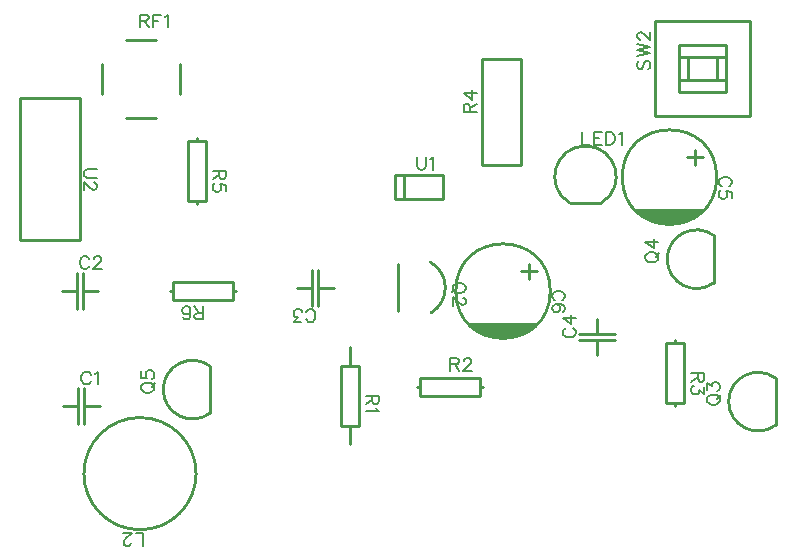
<source format=gto>
G04 Layer: TopSilkscreenLayer*
G04 EasyEDA v6.5.40, 2024-02-19 09:39:11*
G04 Gerber Generator version 0.2*
G04 Scale: 100 percent, Rotated: No, Reflected: No *
G04 Dimensions in millimeters *
G04 leading zeros omitted , absolute positions ,4 integer and 5 decimal *
%FSLAX45Y45*%
%MOMM*%

%ADD10C,0.1524*%
%ADD11C,0.2540*%

%LPD*%
D10*
X6748078Y12796052D02*
G01*
X6758492Y12801386D01*
X6768906Y12811800D01*
X6773986Y12821960D01*
X6773986Y12842788D01*
X6768906Y12853202D01*
X6758492Y12863616D01*
X6748078Y12868950D01*
X6732330Y12874030D01*
X6706422Y12874030D01*
X6690928Y12868950D01*
X6680514Y12863616D01*
X6670100Y12853202D01*
X6665020Y12842788D01*
X6665020Y12821960D01*
X6670100Y12811800D01*
X6680514Y12801386D01*
X6690928Y12796052D01*
X6773986Y12699532D02*
G01*
X6773986Y12751348D01*
X6727250Y12756682D01*
X6732330Y12751348D01*
X6737664Y12735854D01*
X6737664Y12720360D01*
X6732330Y12704612D01*
X6722170Y12694198D01*
X6706422Y12689118D01*
X6696008Y12689118D01*
X6680514Y12694198D01*
X6670100Y12704612D01*
X6665020Y12720360D01*
X6665020Y12735854D01*
X6670100Y12751348D01*
X6675180Y12756682D01*
X6685594Y12761762D01*
X5338378Y11830852D02*
G01*
X5348792Y11836186D01*
X5359206Y11846600D01*
X5364286Y11856760D01*
X5364286Y11877588D01*
X5359206Y11888002D01*
X5348792Y11898416D01*
X5338378Y11903750D01*
X5322630Y11908830D01*
X5296722Y11908830D01*
X5281228Y11903750D01*
X5270814Y11898416D01*
X5260400Y11888002D01*
X5255320Y11877588D01*
X5255320Y11856760D01*
X5260400Y11846600D01*
X5270814Y11836186D01*
X5281228Y11830852D01*
X5348792Y11734332D02*
G01*
X5359206Y11739412D01*
X5364286Y11755160D01*
X5364286Y11765320D01*
X5359206Y11781068D01*
X5343458Y11791482D01*
X5317550Y11796562D01*
X5291642Y11796562D01*
X5270814Y11791482D01*
X5260400Y11781068D01*
X5255320Y11765320D01*
X5255320Y11760240D01*
X5260400Y11744746D01*
X5270814Y11734332D01*
X5286308Y11728998D01*
X5291642Y11728998D01*
X5307136Y11734332D01*
X5317550Y11744746D01*
X5322630Y11760240D01*
X5322630Y11765320D01*
X5317550Y11781068D01*
X5307136Y11791482D01*
X5291642Y11796562D01*
X1398015Y12941300D02*
G01*
X1320037Y12941300D01*
X1304544Y12936220D01*
X1294129Y12925805D01*
X1289050Y12910058D01*
X1289050Y12899644D01*
X1294129Y12884150D01*
X1304544Y12873736D01*
X1320037Y12868655D01*
X1398015Y12868655D01*
X1372107Y12829031D02*
G01*
X1377187Y12829031D01*
X1387602Y12823952D01*
X1392936Y12818618D01*
X1398015Y12808204D01*
X1398015Y12787629D01*
X1392936Y12777215D01*
X1387602Y12771881D01*
X1377187Y12766802D01*
X1366773Y12766802D01*
X1356360Y12771881D01*
X1340865Y12782295D01*
X1289050Y12834365D01*
X1289050Y12761468D01*
X1790712Y9752584D02*
G01*
X1790712Y9861550D01*
X1790712Y9861550D02*
G01*
X1728482Y9861550D01*
X1688858Y9778492D02*
G01*
X1688858Y9773412D01*
X1683778Y9762997D01*
X1678444Y9757663D01*
X1668030Y9752584D01*
X1647202Y9752584D01*
X1637042Y9757663D01*
X1631708Y9762997D01*
X1626628Y9773412D01*
X1626628Y9783826D01*
X1631708Y9794239D01*
X1642122Y9809734D01*
X1694192Y9861550D01*
X1621294Y9861550D01*
X5991377Y13860843D02*
G01*
X5980963Y13850429D01*
X5975883Y13834935D01*
X5975883Y13814107D01*
X5980963Y13798613D01*
X5991377Y13788199D01*
X6001791Y13788199D01*
X6012205Y13793279D01*
X6017539Y13798613D01*
X6022619Y13809027D01*
X6033033Y13840269D01*
X6038113Y13850429D01*
X6043447Y13855763D01*
X6053861Y13860843D01*
X6069355Y13860843D01*
X6079769Y13850429D01*
X6084849Y13834935D01*
X6084849Y13814107D01*
X6079769Y13798613D01*
X6069355Y13788199D01*
X5975883Y13895133D02*
G01*
X6084849Y13921295D01*
X5975883Y13947203D02*
G01*
X6084849Y13921295D01*
X5975883Y13947203D02*
G01*
X6084849Y13973111D01*
X5975883Y13999019D02*
G01*
X6084849Y13973111D01*
X6001791Y14038643D02*
G01*
X5996711Y14038643D01*
X5986297Y14043723D01*
X5980963Y14049057D01*
X5975883Y14059471D01*
X5975883Y14080299D01*
X5980963Y14090459D01*
X5986297Y14095793D01*
X5996711Y14100873D01*
X6007125Y14100873D01*
X6017539Y14095793D01*
X6033033Y14085379D01*
X6084849Y14033309D01*
X6084849Y14106207D01*
X1347978Y11201908D02*
G01*
X1342644Y11212321D01*
X1332229Y11222736D01*
X1322070Y11227815D01*
X1301242Y11227815D01*
X1290828Y11222736D01*
X1280413Y11212321D01*
X1275079Y11201908D01*
X1270000Y11186160D01*
X1270000Y11160252D01*
X1275079Y11144758D01*
X1280413Y11134344D01*
X1290828Y11123929D01*
X1301242Y11118850D01*
X1322070Y11118850D01*
X1332229Y11123929D01*
X1342644Y11134344D01*
X1347978Y11144758D01*
X1382268Y11206987D02*
G01*
X1392681Y11212321D01*
X1408176Y11227815D01*
X1408176Y11118850D01*
X1335278Y12179808D02*
G01*
X1329944Y12190221D01*
X1319529Y12200636D01*
X1309370Y12205715D01*
X1288542Y12205715D01*
X1278128Y12200636D01*
X1267713Y12190221D01*
X1262379Y12179808D01*
X1257300Y12164060D01*
X1257300Y12138152D01*
X1262379Y12122658D01*
X1267713Y12112244D01*
X1278128Y12101829D01*
X1288542Y12096750D01*
X1309370Y12096750D01*
X1319529Y12101829D01*
X1329944Y12112244D01*
X1335278Y12122658D01*
X1374647Y12179808D02*
G01*
X1374647Y12184887D01*
X1379981Y12195302D01*
X1385062Y12200636D01*
X1395476Y12205715D01*
X1416304Y12205715D01*
X1426718Y12200636D01*
X1431797Y12195302D01*
X1437131Y12184887D01*
X1437131Y12174474D01*
X1431797Y12164060D01*
X1421384Y12148565D01*
X1369568Y12096750D01*
X1442212Y12096750D01*
X3173222Y11670792D02*
G01*
X3178556Y11660378D01*
X3188970Y11649963D01*
X3199129Y11644884D01*
X3219958Y11644884D01*
X3230372Y11649963D01*
X3240786Y11660378D01*
X3246120Y11670792D01*
X3251200Y11686539D01*
X3251200Y11712447D01*
X3246120Y11727942D01*
X3240786Y11738355D01*
X3230372Y11748770D01*
X3219958Y11753850D01*
X3199129Y11753850D01*
X3188970Y11748770D01*
X3178556Y11738355D01*
X3173222Y11727942D01*
X3128518Y11644884D02*
G01*
X3071368Y11644884D01*
X3102609Y11686539D01*
X3087115Y11686539D01*
X3076702Y11691620D01*
X3071368Y11696700D01*
X3066288Y11712447D01*
X3066288Y11722862D01*
X3071368Y11738355D01*
X3081781Y11748770D01*
X3097529Y11753850D01*
X3113024Y11753850D01*
X3128518Y11748770D01*
X3133852Y11743689D01*
X3138931Y11733276D01*
X5371591Y11596878D02*
G01*
X5361177Y11591544D01*
X5350763Y11581129D01*
X5345684Y11570970D01*
X5345684Y11550142D01*
X5350763Y11539728D01*
X5361177Y11529313D01*
X5371591Y11523979D01*
X5387340Y11518900D01*
X5413247Y11518900D01*
X5428741Y11523979D01*
X5439156Y11529313D01*
X5449570Y11539728D01*
X5454650Y11550142D01*
X5454650Y11570970D01*
X5449570Y11581129D01*
X5439156Y11591544D01*
X5428741Y11596878D01*
X5345684Y11682984D02*
G01*
X5418327Y11631168D01*
X5418327Y11709145D01*
X5345684Y11682984D02*
G01*
X5454650Y11682984D01*
X3785615Y11023600D02*
G01*
X3676650Y11023600D01*
X3785615Y11023600D02*
G01*
X3785615Y10976863D01*
X3780536Y10961370D01*
X3775202Y10956036D01*
X3764788Y10950955D01*
X3754374Y10950955D01*
X3743959Y10956036D01*
X3738879Y10961370D01*
X3733800Y10976863D01*
X3733800Y11023600D01*
X3733800Y10987278D02*
G01*
X3676650Y10950955D01*
X3764788Y10916665D02*
G01*
X3770122Y10906252D01*
X3785615Y10890504D01*
X3676650Y10890504D01*
X5511800Y13256818D02*
G01*
X5511800Y13147852D01*
X5511800Y13147852D02*
G01*
X5574029Y13147852D01*
X5608320Y13256818D02*
G01*
X5608320Y13147852D01*
X5608320Y13256818D02*
G01*
X5675884Y13256818D01*
X5608320Y13205002D02*
G01*
X5649975Y13205002D01*
X5608320Y13147852D02*
G01*
X5675884Y13147852D01*
X5710174Y13256818D02*
G01*
X5710174Y13147852D01*
X5710174Y13256818D02*
G01*
X5746750Y13256818D01*
X5762243Y13251738D01*
X5772658Y13241324D01*
X5777738Y13230910D01*
X5783072Y13215162D01*
X5783072Y13189254D01*
X5777738Y13173760D01*
X5772658Y13163346D01*
X5762243Y13152932D01*
X5746750Y13147852D01*
X5710174Y13147852D01*
X5817361Y13235990D02*
G01*
X5827775Y13241324D01*
X5843270Y13256818D01*
X5843270Y13147852D01*
X4522215Y11944858D02*
G01*
X4517136Y11955271D01*
X4506722Y11965686D01*
X4496308Y11971020D01*
X4480559Y11976100D01*
X4454652Y11976100D01*
X4439158Y11971020D01*
X4428743Y11965686D01*
X4418329Y11955271D01*
X4413250Y11944858D01*
X4413250Y11924029D01*
X4418329Y11913870D01*
X4428743Y11903455D01*
X4439158Y11898121D01*
X4454652Y11893042D01*
X4480559Y11893042D01*
X4496308Y11898121D01*
X4506722Y11903455D01*
X4517136Y11913870D01*
X4522215Y11924029D01*
X4522215Y11944858D01*
X4433824Y11929363D02*
G01*
X4402836Y11898121D01*
X4496308Y11853418D02*
G01*
X4501388Y11853418D01*
X4511802Y11848337D01*
X4517136Y11843004D01*
X4522215Y11832589D01*
X4522215Y11812015D01*
X4517136Y11801602D01*
X4511802Y11796268D01*
X4501388Y11791187D01*
X4490974Y11791187D01*
X4480559Y11796268D01*
X4465065Y11806681D01*
X4413250Y11858752D01*
X4413250Y11785854D01*
X6564884Y10978642D02*
G01*
X6569963Y10968228D01*
X6580377Y10957813D01*
X6590791Y10952479D01*
X6606540Y10947400D01*
X6632447Y10947400D01*
X6647941Y10952479D01*
X6658356Y10957813D01*
X6668770Y10968228D01*
X6673850Y10978642D01*
X6673850Y10999470D01*
X6668770Y11009629D01*
X6658356Y11020044D01*
X6647941Y11025378D01*
X6632447Y11030458D01*
X6606540Y11030458D01*
X6590791Y11025378D01*
X6580377Y11020044D01*
X6569963Y11009629D01*
X6564884Y10999470D01*
X6564884Y10978642D01*
X6653275Y10994136D02*
G01*
X6684263Y11025378D01*
X6564884Y11075162D02*
G01*
X6564884Y11132312D01*
X6606540Y11101070D01*
X6606540Y11116818D01*
X6611620Y11127231D01*
X6616700Y11132312D01*
X6632447Y11137645D01*
X6642861Y11137645D01*
X6658356Y11132312D01*
X6668770Y11121897D01*
X6673850Y11106404D01*
X6673850Y11090910D01*
X6668770Y11075162D01*
X6663690Y11070081D01*
X6653275Y11064747D01*
X6044184Y12185142D02*
G01*
X6049263Y12174728D01*
X6059677Y12164313D01*
X6070091Y12158979D01*
X6085840Y12153900D01*
X6111747Y12153900D01*
X6127241Y12158979D01*
X6137656Y12164313D01*
X6148070Y12174728D01*
X6153150Y12185142D01*
X6153150Y12205970D01*
X6148070Y12216129D01*
X6137656Y12226544D01*
X6127241Y12231878D01*
X6111747Y12236958D01*
X6085840Y12236958D01*
X6070091Y12231878D01*
X6059677Y12226544D01*
X6049263Y12216129D01*
X6044184Y12205970D01*
X6044184Y12185142D01*
X6132575Y12200636D02*
G01*
X6163563Y12231878D01*
X6044184Y12323318D02*
G01*
X6116827Y12271247D01*
X6116827Y12349226D01*
X6044184Y12323318D02*
G01*
X6153150Y12323318D01*
X1776984Y11080242D02*
G01*
X1782063Y11069828D01*
X1792478Y11059413D01*
X1802892Y11054079D01*
X1818639Y11049000D01*
X1844547Y11049000D01*
X1860042Y11054079D01*
X1870455Y11059413D01*
X1880870Y11069828D01*
X1885950Y11080242D01*
X1885950Y11101070D01*
X1880870Y11111229D01*
X1870455Y11121644D01*
X1860042Y11126978D01*
X1844547Y11132058D01*
X1818639Y11132058D01*
X1802892Y11126978D01*
X1792478Y11121644D01*
X1782063Y11111229D01*
X1776984Y11101070D01*
X1776984Y11080242D01*
X1865376Y11095736D02*
G01*
X1896363Y11126978D01*
X1776984Y11228831D02*
G01*
X1776984Y11176762D01*
X1823720Y11171681D01*
X1818639Y11176762D01*
X1813305Y11192510D01*
X1813305Y11208004D01*
X1818639Y11223497D01*
X1828800Y11233912D01*
X1844547Y11239245D01*
X1854962Y11239245D01*
X1870455Y11233912D01*
X1880870Y11223497D01*
X1885950Y11208004D01*
X1885950Y11192510D01*
X1880870Y11176762D01*
X1875789Y11171681D01*
X1865376Y11166347D01*
X4394200Y11342115D02*
G01*
X4394200Y11233150D01*
X4394200Y11342115D02*
G01*
X4440936Y11342115D01*
X4456429Y11337036D01*
X4461763Y11331702D01*
X4466843Y11321287D01*
X4466843Y11310874D01*
X4461763Y11300460D01*
X4456429Y11295379D01*
X4440936Y11290300D01*
X4394200Y11290300D01*
X4430522Y11290300D02*
G01*
X4466843Y11233150D01*
X4506468Y11316208D02*
G01*
X4506468Y11321287D01*
X4511547Y11331702D01*
X4516881Y11337036D01*
X4527295Y11342115D01*
X4547870Y11342115D01*
X4558284Y11337036D01*
X4563618Y11331702D01*
X4568697Y11321287D01*
X4568697Y11310874D01*
X4563618Y11300460D01*
X4553204Y11284965D01*
X4501134Y11233150D01*
X4574031Y11233150D01*
X6541515Y11214100D02*
G01*
X6432550Y11214100D01*
X6541515Y11214100D02*
G01*
X6541515Y11167363D01*
X6536436Y11151870D01*
X6531102Y11146536D01*
X6520688Y11141455D01*
X6510274Y11141455D01*
X6499859Y11146536D01*
X6494779Y11151870D01*
X6489700Y11167363D01*
X6489700Y11214100D01*
X6489700Y11177778D02*
G01*
X6432550Y11141455D01*
X6541515Y11096752D02*
G01*
X6541515Y11039602D01*
X6499859Y11070589D01*
X6499859Y11055095D01*
X6494779Y11044681D01*
X6489700Y11039602D01*
X6473952Y11034268D01*
X6463538Y11034268D01*
X6448043Y11039602D01*
X6437629Y11050015D01*
X6432550Y11065510D01*
X6432550Y11081004D01*
X6437629Y11096752D01*
X6442709Y11101831D01*
X6453124Y11107165D01*
X2490215Y12928600D02*
G01*
X2381250Y12928600D01*
X2490215Y12928600D02*
G01*
X2490215Y12881863D01*
X2485136Y12866370D01*
X2479802Y12861036D01*
X2469388Y12855955D01*
X2458974Y12855955D01*
X2448559Y12861036D01*
X2443479Y12866370D01*
X2438400Y12881863D01*
X2438400Y12928600D01*
X2438400Y12892278D02*
G01*
X2381250Y12855955D01*
X2490215Y12759181D02*
G01*
X2490215Y12811252D01*
X2443479Y12816331D01*
X2448559Y12811252D01*
X2453893Y12795504D01*
X2453893Y12780010D01*
X2448559Y12764515D01*
X2438400Y12754102D01*
X2422652Y12748768D01*
X2412238Y12748768D01*
X2396743Y12754102D01*
X2386329Y12764515D01*
X2381250Y12780010D01*
X2381250Y12795504D01*
X2386329Y12811252D01*
X2391409Y12816331D01*
X2401824Y12821665D01*
X2298700Y11670284D02*
G01*
X2298700Y11779250D01*
X2298700Y11670284D02*
G01*
X2251963Y11670284D01*
X2236470Y11675363D01*
X2231136Y11680697D01*
X2226056Y11691112D01*
X2226056Y11701526D01*
X2231136Y11711939D01*
X2236470Y11717020D01*
X2251963Y11722100D01*
X2298700Y11722100D01*
X2262377Y11722100D02*
G01*
X2226056Y11779250D01*
X2129281Y11685778D02*
G01*
X2134615Y11675363D01*
X2150109Y11670284D01*
X2160524Y11670284D01*
X2176018Y11675363D01*
X2186431Y11691112D01*
X2191765Y11717020D01*
X2191765Y11742928D01*
X2186431Y11763755D01*
X2176018Y11774170D01*
X2160524Y11779250D01*
X2155190Y11779250D01*
X2139695Y11774170D01*
X2129281Y11763755D01*
X2124202Y11748262D01*
X2124202Y11742928D01*
X2129281Y11727434D01*
X2139695Y11717020D01*
X2155190Y11711939D01*
X2160524Y11711939D01*
X2176018Y11717020D01*
X2186431Y11727434D01*
X2191765Y11742928D01*
X4507484Y13423900D02*
G01*
X4616450Y13423900D01*
X4507484Y13423900D02*
G01*
X4507484Y13470636D01*
X4512563Y13486129D01*
X4517897Y13491463D01*
X4528311Y13496544D01*
X4538725Y13496544D01*
X4549140Y13491463D01*
X4554220Y13486129D01*
X4559300Y13470636D01*
X4559300Y13423900D01*
X4559300Y13460221D02*
G01*
X4616450Y13496544D01*
X4507484Y13582904D02*
G01*
X4580127Y13530834D01*
X4580127Y13608812D01*
X4507484Y13582904D02*
G01*
X4616450Y13582904D01*
X4114800Y13046816D02*
G01*
X4114800Y12968838D01*
X4119879Y12953344D01*
X4130293Y12942930D01*
X4146041Y12937850D01*
X4156456Y12937850D01*
X4171950Y12942930D01*
X4182363Y12953344D01*
X4187443Y12968838D01*
X4187443Y13046816D01*
X4221734Y13025988D02*
G01*
X4232147Y13031322D01*
X4247895Y13046816D01*
X4247895Y12937850D01*
X1765274Y14250441D02*
G01*
X1765274Y14141475D01*
X1765274Y14250441D02*
G01*
X1812010Y14250441D01*
X1827504Y14245361D01*
X1832838Y14240027D01*
X1837918Y14229613D01*
X1837918Y14219199D01*
X1832838Y14208785D01*
X1827504Y14203705D01*
X1812010Y14198625D01*
X1765274Y14198625D01*
X1801596Y14198625D02*
G01*
X1837918Y14141475D01*
X1872208Y14250441D02*
G01*
X1872208Y14141475D01*
X1872208Y14250441D02*
G01*
X1939772Y14250441D01*
X1872208Y14198625D02*
G01*
X1913864Y14198625D01*
X1974062Y14229613D02*
G01*
X1984476Y14234947D01*
X2000224Y14250441D01*
X2000224Y14141475D01*
G36*
X5948426Y12602819D02*
G01*
X5962396Y12590068D01*
X5976874Y12577927D01*
X5991910Y12566446D01*
X6007455Y12555626D01*
X6023406Y12545517D01*
X6039815Y12536068D01*
X6056630Y12527381D01*
X6073749Y12519406D01*
X6091224Y12512192D01*
X6109004Y12505740D01*
X6127089Y12500051D01*
X6145326Y12495174D01*
X6163818Y12491110D01*
X6182461Y12487808D01*
X6201206Y12485370D01*
X6220053Y12483744D01*
X6238951Y12482880D01*
X6257848Y12482880D01*
X6276746Y12483744D01*
X6295593Y12485370D01*
X6314338Y12487808D01*
X6332982Y12491110D01*
X6351473Y12495174D01*
X6369710Y12500051D01*
X6387795Y12505740D01*
X6405575Y12512192D01*
X6423050Y12519406D01*
X6440170Y12527381D01*
X6456984Y12536068D01*
X6473393Y12545517D01*
X6489344Y12555626D01*
X6504889Y12566446D01*
X6519926Y12577927D01*
X6534404Y12590068D01*
X6548374Y12602819D01*
G37*
G36*
X4538726Y11637619D02*
G01*
X4552696Y11624868D01*
X4567174Y11612727D01*
X4582210Y11601246D01*
X4597755Y11590426D01*
X4613706Y11580317D01*
X4630115Y11570868D01*
X4646930Y11562181D01*
X4664049Y11554206D01*
X4681524Y11546992D01*
X4699304Y11540540D01*
X4717389Y11534851D01*
X4735626Y11529974D01*
X4754118Y11525910D01*
X4772761Y11522608D01*
X4791506Y11520170D01*
X4810353Y11518544D01*
X4829251Y11517680D01*
X4848148Y11517680D01*
X4867046Y11518544D01*
X4885893Y11520170D01*
X4904638Y11522608D01*
X4923282Y11525910D01*
X4941773Y11529974D01*
X4960010Y11534851D01*
X4978095Y11540540D01*
X4995875Y11546992D01*
X5013350Y11554206D01*
X5030470Y11562181D01*
X5047284Y11570868D01*
X5063693Y11580317D01*
X5079644Y11590426D01*
X5095189Y11601246D01*
X5110226Y11612727D01*
X5124704Y11624868D01*
X5138674Y11637619D01*
G37*
D11*
X6468399Y12977799D02*
G01*
X6468399Y13102259D01*
X6399819Y13041299D02*
G01*
X6534439Y13041299D01*
X5058699Y12012599D02*
G01*
X5058699Y12137059D01*
X4990119Y12076099D02*
G01*
X5124739Y12076099D01*
X1253286Y13541298D02*
G01*
X1253286Y12341301D01*
X753287Y12341301D01*
X753287Y13541298D01*
X1253286Y13541298D01*
X6327800Y13892199D02*
G01*
X6727802Y13892199D01*
X6327800Y13692200D02*
G01*
X6727802Y13692200D01*
X6402804Y13692200D02*
G01*
X6402804Y13892199D01*
X6652803Y13692200D02*
G01*
X6652803Y13892199D01*
X6327800Y13592213D02*
G01*
X6327800Y13992212D01*
X6727799Y13992212D01*
X6727799Y13592213D01*
X6327800Y13592213D01*
X6127800Y13392213D02*
G01*
X6127800Y14192211D01*
X6927799Y14192211D01*
X6927799Y13392213D01*
X6127800Y13392213D01*
X1295400Y10782300D02*
G01*
X1295400Y11087100D01*
X1244600Y10782300D02*
G01*
X1244600Y11087100D01*
X1115311Y10934700D02*
G01*
X1244600Y10934700D01*
X1424688Y10934700D02*
G01*
X1295400Y10934700D01*
X1282700Y11760200D02*
G01*
X1282700Y12065000D01*
X1231900Y11760200D02*
G01*
X1231900Y12065000D01*
X1102611Y11912600D02*
G01*
X1231900Y11912600D01*
X1411988Y11912600D02*
G01*
X1282700Y11912600D01*
X3225800Y12090400D02*
G01*
X3225800Y11785600D01*
X3276600Y12090400D02*
G01*
X3276600Y11785600D01*
X3405888Y11938000D02*
G01*
X3276600Y11938000D01*
X3096511Y11938000D02*
G01*
X3225800Y11938000D01*
X5791200Y11544300D02*
G01*
X5486400Y11544300D01*
X5791200Y11493500D02*
G01*
X5486400Y11493500D01*
X5638800Y11364211D02*
G01*
X5638800Y11493500D01*
X5638800Y11673588D02*
G01*
X5638800Y11544300D01*
X3543300Y10614913D02*
G01*
X3543300Y10769600D01*
X3543300Y11432286D02*
G01*
X3543300Y11277600D01*
X3619500Y11277600D02*
G01*
X3619500Y10769600D01*
X3467100Y10769600D01*
X3467100Y11277600D01*
X3619500Y11277600D01*
X5407200Y12654803D02*
G01*
X5667199Y12654803D01*
X3952113Y11740006D02*
G01*
X3952113Y12135993D01*
X7147686Y11170790D02*
G01*
X7147686Y10774809D01*
X6626986Y12377290D02*
G01*
X6626986Y11981309D01*
X2359786Y11272390D02*
G01*
X2359786Y10876409D01*
X4140200Y11099800D02*
G01*
X4114800Y11099800D01*
X4648200Y11099800D02*
G01*
X4673600Y11099800D01*
X4140200Y11099800D02*
G01*
X4140200Y11176000D01*
X4140200Y11023600D02*
G01*
X4140200Y11099800D01*
X4648200Y11023600D02*
G01*
X4140200Y11023600D01*
X4648200Y11099800D02*
G01*
X4648200Y11023600D01*
X4648200Y11176000D02*
G01*
X4648200Y11099800D01*
X4140200Y11176000D02*
G01*
X4648200Y11176000D01*
X6299200Y11468100D02*
G01*
X6299200Y11493500D01*
X6299200Y10960100D02*
G01*
X6299200Y10934700D01*
X6299200Y11468100D02*
G01*
X6375400Y11468100D01*
X6223000Y11468100D02*
G01*
X6299200Y11468100D01*
X6223000Y10960100D02*
G01*
X6223000Y11468100D01*
X6299200Y10960100D02*
G01*
X6223000Y10960100D01*
X6375400Y10960100D02*
G01*
X6299200Y10960100D01*
X6375400Y11468100D02*
G01*
X6375400Y10960100D01*
X2247900Y13182600D02*
G01*
X2247900Y13208000D01*
X2247900Y12674600D02*
G01*
X2247900Y12649200D01*
X2247900Y13182600D02*
G01*
X2324100Y13182600D01*
X2171700Y13182600D02*
G01*
X2247900Y13182600D01*
X2171700Y12674600D02*
G01*
X2171700Y13182600D01*
X2247900Y12674600D02*
G01*
X2171700Y12674600D01*
X2324100Y12674600D02*
G01*
X2247900Y12674600D01*
X2324100Y13182600D02*
G01*
X2324100Y12674600D01*
X2552700Y11912600D02*
G01*
X2578100Y11912600D01*
X2044700Y11912600D02*
G01*
X2019300Y11912600D01*
X2552700Y11912600D02*
G01*
X2552700Y11836400D01*
X2552700Y11988800D02*
G01*
X2552700Y11912600D01*
X2044700Y11988800D02*
G01*
X2552700Y11988800D01*
X2044700Y11912600D02*
G01*
X2044700Y11988800D01*
X2044700Y11836400D02*
G01*
X2044700Y11912600D01*
X2552700Y11836400D02*
G01*
X2044700Y11836400D01*
X4991100Y12974320D02*
G01*
X4660900Y12974320D01*
X4660900Y12974320D02*
G01*
X4660900Y13873479D01*
X4660900Y13873479D02*
G01*
X4991100Y13873479D01*
X4991100Y13873479D02*
G01*
X4991100Y12974320D01*
X3924300Y12890606D02*
G01*
X4330700Y12890606D01*
X4330700Y12687406D01*
X3924300Y12687406D01*
X3924300Y12890606D01*
X4003898Y12890500D02*
G01*
X4003898Y12687300D01*
X1650959Y14033512D02*
G01*
X1905040Y14033512D01*
X2108187Y13830325D02*
G01*
X2108187Y13576274D01*
X1650974Y13373112D02*
G01*
X1905025Y13373112D01*
X1447787Y13830340D02*
G01*
X1447787Y13576259D01*
G75*
G01*
X6648450Y12877546D02*
G03*
X6648450Y12870434I-399984J-3556D01*
G75*
G01*
X5238750Y11912346D02*
G03*
X5238750Y11905234I-399984J-3556D01*
G75*
G01*
X5675376Y12657633D02*
G03*
X5399024Y12657633I-138176J220244D01*
G75*
G01*
X4228084Y11723624D02*
G03*
X4223245Y12155147I-125982J214376D01*
G75*
G01*
X7147814Y11170920D02*
G03*
X7147814Y10774680I-149840J-198120D01*
G75*
G01*
X6627114Y12377420D02*
G03*
X6627114Y11981180I-149840J-198120D01*
G75*
G01*
X2359914Y11272520D02*
G03*
X2359914Y10876280I-149840J-198120D01*
G75*
G01
X2240331Y10363200D02*
G03X2240331Y10363200I-475005J0D01*
M02*

</source>
